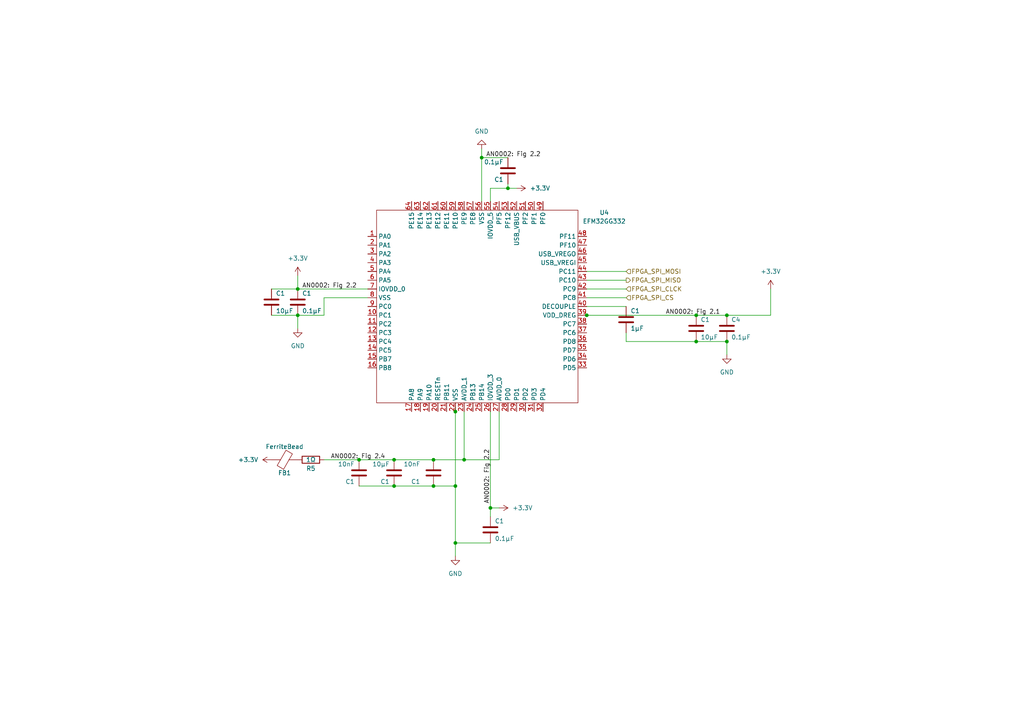
<source format=kicad_sch>
(kicad_sch (version 20230121) (generator eeschema)
  (paper "A4")
  (lib_symbols
    (symbol "Device:C" (pin_numbers hide) (pin_names (offset 0.254))
      (property "Reference" "C" (at 0.635 2.54 0))
      (property "Value" "C" (at 0.635 -2.54 0))
      (symbol "C_0_1"
        (polyline (pts (xy -2.032 -0.762) (xy 2.032 -0.762)) (stroke (width 0.508)))
        (polyline (pts (xy -2.032 0.762) (xy 2.032 0.762)) (stroke (width 0.508)))
      )
      (symbol "C_1_1"
        (pin passive line (at 0 3.81 270) (length 2.794) (name "~") (number "1"))
        (pin passive line (at 0 -3.81 90) (length 2.794) (name "~") (number "2"))
      )
    )
    (symbol "Device:FerriteBead" (pin_numbers hide) (pin_names (offset 0))
      (property "Reference" "FB" (at -3.81 0.635 90))
      (property "Value" "FerriteBead" (at 3.81 0 90))
      (symbol "FerriteBead_0_1"
        (polyline (pts (xy 0 -1.27) (xy 0 -1.2192)))
        (polyline (pts (xy 0 1.27) (xy 0 1.2954)))
        (polyline (pts (xy -2.7686 0.4064) (xy -1.7018 2.2606) (xy 2.7686 -0.3048) (xy 1.6764 -2.159) (xy -2.7686 0.4064)))
      )
      (symbol "FerriteBead_1_1"
        (pin passive line (at 0 3.81 270) (length 2.54) (name "~") (number "1"))
        (pin passive line (at 0 -3.81 90) (length 2.54) (name "~") (number "2"))
      )
    )
    (symbol "Device:R" (pin_numbers hide) (pin_names (offset 0))
      (property "Reference" "R" (at 2.032 0 90))
      (property "Value" "R" (at 0 0 90))
      (symbol "R_0_1"
        (rectangle (start -1.016 -2.54) (end 1.016 2.54) (stroke (width 0.254)))
      )
      (symbol "R_1_1"
        (pin passive line (at 0 3.81 270) (length 1.27) (name "~") (number "1"))
        (pin passive line (at 0 -3.81 90) (length 1.27) (name "~") (number "2"))
      )
    )
    (symbol "GuitarZero:EFM32GG332"
      (property "Reference" "U" (at 0 39.37 0))
      (property "Value" "EFM32GG332" (at 0 41.91 0))
      (symbol "EFM32GG332_0_1"
        (rectangle (start -29.21 26.67) (end 29.21 -29.21))
      )
      (symbol "EFM32GG332_1_1"
        (pin bidirectional line (at -31.75 19.05 0) (length 2.54) (name "PA0") (number "1"))
        (pin bidirectional line (at -31.75 -3.81 0) (length 2.54) (name "PC1") (number "10"))
        (pin bidirectional line (at -31.75 -6.35 0) (length 2.54) (name "PC2") (number "11"))
        (pin bidirectional line (at -31.75 -8.89 0) (length 2.54) (name "PC3") (number "12"))
        (pin bidirectional line (at -31.75 -11.43 0) (length 2.54) (name "PC4") (number "13"))
        (pin bidirectional line (at -31.75 -13.97 0) (length 2.54) (name "PC5") (number "14"))
        (pin bidirectional line (at -31.75 -16.51 0) (length 2.54) (name "PB7") (number "15"))
        (pin bidirectional line (at -31.75 -19.05 0) (length 2.54) (name "PB8") (number "16"))
        (pin bidirectional line (at -19.05 -31.75 90) (length 2.54) (name "PA8") (number "17"))
        (pin bidirectional line (at -16.51 -31.75 90) (length 2.54) (name "PA9") (number "18"))
        (pin bidirectional line (at -13.97 -31.75 90) (length 2.54) (name "PA10") (number "19"))
        (pin bidirectional line (at -31.75 16.51 0) (length 2.54) (name "PA1") (number "2"))
        (pin input line (at -11.43 -31.75 90) (length 2.54) (name "RESETn") (number "20"))
        (pin bidirectional line (at -8.89 -31.75 90) (length 2.54) (name "PB11") (number "21"))
        (pin passive line (at -6.35 -31.75 90) (length 2.54) (name "VSS") (number "22"))
        (pin power_in line (at -3.81 -31.75 90) (length 2.54) (name "AVDD_1") (number "23"))
        (pin bidirectional line (at -1.27 -31.75 90) (length 2.54) (name "PB13") (number "24"))
        (pin bidirectional line (at 1.27 -31.75 90) (length 2.54) (name "PB14") (number "25"))
        (pin power_in line (at 3.81 -31.75 90) (length 2.54) (name "IOVDD_3") (number "26"))
        (pin power_in line (at 6.35 -31.75 90) (length 2.54) (name "AVDD_0") (number "27"))
        (pin bidirectional line (at 8.89 -31.75 90) (length 2.54) (name "PD0") (number "28"))
        (pin bidirectional line (at 11.43 -31.75 90) (length 2.54) (name "PD1") (number "29"))
        (pin bidirectional line (at -31.75 13.97 0) (length 2.54) (name "PA2") (number "3"))
        (pin bidirectional line (at 13.97 -31.75 90) (length 2.54) (name "PD2") (number "30"))
        (pin bidirectional line (at 16.51 -31.75 90) (length 2.54) (name "PD3") (number "31"))
        (pin bidirectional line (at 19.05 -31.75 90) (length 2.54) (name "PD4") (number "32"))
        (pin bidirectional line (at 31.75 -19.05 180) (length 2.54) (name "PD5") (number "33"))
        (pin bidirectional line (at 31.75 -16.51 180) (length 2.54) (name "PD6") (number "34"))
        (pin bidirectional line (at 31.75 -13.97 180) (length 2.54) (name "PD7") (number "35"))
        (pin bidirectional line (at 31.75 -11.43 180) (length 2.54) (name "PD8") (number "36"))
        (pin bidirectional line (at 31.75 -8.89 180) (length 2.54) (name "PC6") (number "37"))
        (pin bidirectional line (at 31.75 -6.35 180) (length 2.54) (name "PC7") (number "38"))
        (pin power_in line (at 31.75 -3.81 180) (length 2.54) (name "VDD_DREG") (number "39"))
        (pin bidirectional line (at -31.75 11.43 0) (length 2.54) (name "PA3") (number "4"))
        (pin power_in line (at 31.75 -1.27 180) (length 2.54) (name "DECOUPLE") (number "40"))
        (pin bidirectional line (at 31.75 1.27 180) (length 2.54) (name "PC8") (number "41"))
        (pin bidirectional line (at 31.75 3.81 180) (length 2.54) (name "PC9") (number "42"))
        (pin bidirectional line (at 31.75 6.35 180) (length 2.54) (name "PC10") (number "43"))
        (pin bidirectional line (at 31.75 8.89 180) (length 2.54) (name "PC11") (number "44"))
        (pin input line (at 31.75 11.43 180) (length 2.54) (name "USB_VREGI") (number "45"))
        (pin output line (at 31.75 13.97 180) (length 2.54) (name "USB_VREGO") (number "46"))
        (pin bidirectional line (at 31.75 16.51 180) (length 2.54) (name "PF10") (number "47"))
        (pin bidirectional line (at 31.75 19.05 180) (length 2.54) (name "PF11") (number "48"))
        (pin bidirectional line (at 19.05 29.21 270) (length 2.54) (name "PF0") (number "49"))
        (pin bidirectional line (at -31.75 8.89 0) (length 2.54) (name "PA4") (number "5"))
        (pin bidirectional line (at 16.51 29.21 270) (length 2.54) (name "PF1") (number "50"))
        (pin bidirectional line (at 13.97 29.21 270) (length 2.54) (name "PF2") (number "51"))
        (pin input line (at 11.43 29.21 270) (length 2.54) (name "USB_VBUS") (number "52"))
        (pin bidirectional line (at 8.89 29.21 270) (length 2.54) (name "PF12") (number "53"))
        (pin bidirectional line (at 6.35 29.21 270) (length 2.54) (name "PF5") (number "54"))
        (pin power_in line (at 3.81 29.21 270) (length 2.54) (name "IOVDD_5") (number "55"))
        (pin passive line (at 1.27 29.21 270) (length 2.54) (name "VSS") (number "56"))
        (pin bidirectional line (at -1.27 29.21 270) (length 2.54) (name "PE8") (number "57"))
        (pin bidirectional line (at -3.81 29.21 270) (length 2.54) (name "PE9") (number "58"))
        (pin bidirectional line (at -6.35 29.21 270) (length 2.54) (name "PE10") (number "59"))
        (pin bidirectional line (at -31.75 6.35 0) (length 2.54) (name "PA5") (number "6"))
        (pin bidirectional line (at -8.89 29.21 270) (length 2.54) (name "PE11") (number "60"))
        (pin bidirectional line (at -11.43 29.21 270) (length 2.54) (name "PE12") (number "61"))
        (pin bidirectional line (at -13.97 29.21 270) (length 2.54) (name "PE13") (number "62"))
        (pin bidirectional line (at -16.51 29.21 270) (length 2.54) (name "PE14") (number "63"))
        (pin bidirectional line (at -19.05 29.21 270) (length 2.54) (name "PE15") (number "64"))
        (pin power_in line (at -31.75 3.81 0) (length 2.54) (name "IOVDD_0") (number "7"))
        (pin passive line (at -31.75 1.27 0) (length 2.54) (name "VSS") (number "8"))
        (pin bidirectional line (at -31.75 -1.27 0) (length 2.54) (name "PC0") (number "9"))
      )
    )
    (symbol "power:+3.3V" (power) (pin_names (offset 0))
      (property "Value" "+3.3V" (at 0 3.556 0))
      (symbol "+3.3V_0_1"
        (polyline (pts (xy -0.762 1.27) (xy 0 2.54)))
        (polyline (pts (xy 0 0) (xy 0 2.54)))
        (polyline (pts (xy 0 2.54) (xy 0.762 1.27)))
      )
      (symbol "+3.3V_1_1"
        (pin power_in line (at 0 0 90) (length 0) hide (name "+3.3V") (number "1"))
      )
    )
    (symbol "power:GND" (power) (pin_names (offset 0))
      (property "Value" "GND" (at 0 -3.81 0))
      (symbol "GND_0_1"
        (polyline (pts (xy 0 0) (xy 0 -1.27) (xy 1.27 -1.27) (xy 0 -2.54) (xy -1.27 -1.27) (xy 0 -1.27)))
      )
      (symbol "GND_1_1"
        (pin power_in line (at 0 0 270) (length 0) hide (name "GND") (number "1"))
      )
    )
  )
  (junction (at 86.36 91.44))
  (junction (at 86.36 83.82))
  (junction (at 210.82 99.06))
  (junction (at 201.93 99.06))
  (junction (at 132.08 157.48))
  (junction (at 125.73 133.35))
  (junction (at 104.14 133.35))
  (junction (at 170.18 91.44))
  (junction (at 139.7 45.72))
  (junction (at 132.08 140.97))
  (junction (at 125.73 140.97))
  (junction (at 114.3 133.35))
  (junction (at 142.24 147.32))
  (junction (at 147.32 54.61))
  (junction (at 134.62 133.35))
  (junction (at 132.08 119.38))
  (junction (at 210.82 91.44))
  (junction (at 114.3 140.97))
  (junction (at 201.93 91.44))
  (wire (pts (xy 86.36 80.01) (xy 86.36 83.82)))
  (wire (pts (xy 142.24 147.32) (xy 142.24 149.86)))
  (wire (pts (xy 167.64 91.44) (xy 170.18 91.44)))
  (wire (pts (xy 93.98 86.36) (xy 106.68 86.36)))
  (wire (pts (xy 210.82 99.06) (xy 210.82 102.87)))
  (wire (pts (xy 201.93 99.06) (xy 210.82 99.06)))
  (wire (pts (xy 132.08 119.38) (xy 132.08 140.97)))
  (wire (pts (xy 170.18 86.36) (xy 181.61 86.36)))
  (wire (pts (xy 132.08 157.48) (xy 132.08 161.29)))
  (wire (pts (xy 139.7 45.72) (xy 147.32 45.72)))
  (wire (pts (xy 93.98 133.35) (xy 104.14 133.35)))
  (wire (pts (xy 125.73 140.97) (xy 132.08 140.97)))
  (wire (pts (xy 86.36 83.82) (xy 106.68 83.82)))
  (wire (pts (xy 144.78 119.38) (xy 144.78 133.35)))
  (wire (pts (xy 132.08 157.48) (xy 142.24 157.48)))
  (wire (pts (xy 78.74 91.44) (xy 86.36 91.44)))
  (wire (pts (xy 201.93 91.44) (xy 210.82 91.44)))
  (wire (pts (xy 223.52 83.82) (xy 223.52 91.44)))
  (wire (pts (xy 170.18 81.28) (xy 181.61 81.28)))
  (wire (pts (xy 147.32 54.61) (xy 147.32 53.34)))
  (wire (pts (xy 170.18 91.44) (xy 201.93 91.44)))
  (wire (pts (xy 170.18 88.9) (xy 181.61 88.9)))
  (wire (pts (xy 181.61 96.52) (xy 181.61 99.06)))
  (wire (pts (xy 93.98 86.36) (xy 93.98 91.44)))
  (wire (pts (xy 147.32 54.61) (xy 149.86 54.61)))
  (wire (pts (xy 139.7 43.18) (xy 139.7 45.72)))
  (wire (pts (xy 139.7 45.72) (xy 139.7 58.42)))
  (wire (pts (xy 170.18 78.74) (xy 181.61 78.74)))
  (wire (pts (xy 93.98 91.44) (xy 86.36 91.44)))
  (wire (pts (xy 181.61 99.06) (xy 201.93 99.06)))
  (wire (pts (xy 104.14 140.97) (xy 114.3 140.97)))
  (wire (pts (xy 104.14 133.35) (xy 114.3 133.35)))
  (wire (pts (xy 210.82 91.44) (xy 223.52 91.44)))
  (wire (pts (xy 142.24 147.32) (xy 144.78 147.32)))
  (wire (pts (xy 142.24 58.42) (xy 142.24 54.61)))
  (wire (pts (xy 125.73 133.35) (xy 134.62 133.35)))
  (wire (pts (xy 114.3 133.35) (xy 125.73 133.35)))
  (wire (pts (xy 132.08 118.11) (xy 132.08 119.38)))
  (wire (pts (xy 86.36 95.25) (xy 86.36 91.44)))
  (wire (pts (xy 142.24 119.38) (xy 142.24 147.32)))
  (wire (pts (xy 134.62 133.35) (xy 144.78 133.35)))
  (wire (pts (xy 170.18 83.82) (xy 181.61 83.82)))
  (wire (pts (xy 78.74 83.82) (xy 86.36 83.82)))
  (wire (pts (xy 114.3 140.97) (xy 125.73 140.97)))
  (wire (pts (xy 134.62 119.38) (xy 134.62 133.35)))
  (wire (pts (xy 142.24 54.61) (xy 147.32 54.61)))
  (wire (pts (xy 132.08 140.97) (xy 132.08 157.48)))
  (label "AN0002: Fig 2.1" (at 193.04 91.44 0))
  (label "AN0002: Fig 2.2" (at 142.24 146.05 90))
  (label "AN0002: Fig 2.2" (at 140.97 45.72 0))
  (label "AN0002: Fig 2.2" (at 87.63 83.82 0))
  (label "AN0002: Fig 2.4" (at 111.76 133.35 180))
  (hierarchical_label "FPGA_SPI_CS" (shape input) (at 181.61 86.36 0))
  (hierarchical_label "FPGA_SPI_CLCK" (shape input) (at 181.61 83.82 0))
  (hierarchical_label "FPGA_SPI_MOSI" (shape input) (at 181.61 78.74 0))
  (hierarchical_label "FPGA_SPI_MISO" (shape output) (at 181.61 81.28 0))
  (symbol (lib_id "power:GND") (at 86.36 95.25 0) (unit 1)
    (property "Reference" "#PWR01" (effects hide))
    (property "Value" "GND" (at 86.36 100.33 0))
    (instances (project "GuitarZero" (path "" (reference "#PWR01") (unit 1)) (path "" (reference "#PWR036") (unit 1))))
  )
  (symbol (lib_id "Device:C") (at 114.3 137.16 180) (unit 1)
    (property "Reference" "C1" (at 113.03 139.7 0) (effects (justify left)))
    (property "Value" "10µF" (at 113.03 134.62 0) (effects (justify left)))
    (instances (project "GuitarZero" (path "" (reference "C1") (unit 1)) (path "" (reference "C61") (unit 1))))
  )
  (symbol (lib_id "power:GND") (at 132.08 161.29 0) (unit 1)
    (property "Reference" "#PWR01" (effects hide))
    (property "Value" "GND" (at 132.08 166.37 0))
    (instances (project "GuitarZero" (path "" (reference "#PWR01") (unit 1)) (path "" (reference "#PWR034") (unit 1))))
  )
  (symbol (lib_id "power:+3.3V") (at 223.52 83.82 0) (unit 1)
    (property "Reference" "#PWR033" (effects hide))
    (property "Value" "+3.3V" (at 223.52 78.74 0))
  )
  (symbol (lib_id "power:+3.3V") (at 144.78 147.32 270) (unit 1)
    (property "Reference" "#PWR038" (effects hide))
    (property "Value" "+3.3V" (at 148.59 147.32 90) (effects (justify left)))
  )
  (symbol (lib_id "power:+3.3V") (at 78.74 133.35 90) (unit 1)
    (property "Reference" "#PWR041" (effects hide))
    (property "Value" "+3.3V" (at 74.93 133.35 90) (effects (justify left)))
  )
  (symbol (lib_id "Device:C") (at 78.74 87.63 0) (unit 1)
    (property "Reference" "C1" (at 80.01 85.09 0) (effects (justify left)))
    (property "Value" "10µF" (at 80.01 90.17 0) (effects (justify left)))
    (instances (project "GuitarZero" (path "" (reference "C1") (unit 1)) (path "" (reference "C58") (unit 1))))
  )
  (symbol (lib_id "GuitarZero:EFM32GG332") (at 138.43 87.63 0) (unit 1)
    (property "Reference" "U4" (at 175.26 61.6519 0))
    (property "Value" "EFM32GG332" (at 175.26 64.1919 0))
  )
  (symbol (lib_id "power:+3.3V") (at 149.86 54.61 270) (unit 1)
    (property "Reference" "#PWR040" (effects hide))
    (property "Value" "+3.3V" (at 153.67 54.61 90) (effects (justify left)))
  )
  (symbol (lib_id "Device:C") (at 86.36 87.63 0) (unit 1)
    (property "Reference" "C1" (at 87.63 85.09 0) (effects (justify left)))
    (property "Value" "0.1µF" (at 87.63 90.17 0) (effects (justify left)))
    (instances (project "GuitarZero" (path "" (reference "C1") (unit 1)) (path "" (reference "C57") (unit 1))))
  )
  (symbol (lib_id "Device:R") (at 90.17 133.35 90) (unit 1)
    (property "Reference" "R5" (at 90.17 135.89 90))
    (property "Value" "1Ω" (at 90.17 133.35 90))
    (instances (project "GuitarZero" (path "" (reference "R5") (unit 1)) (path "" (reference "R18") (unit 1))))
  )
  (symbol (lib_id "Device:C") (at 142.24 153.67 0) (unit 1)
    (property "Reference" "C1" (at 143.51 151.13 0) (effects (justify left)))
    (property "Value" "0.1µF" (at 143.51 156.21 0) (effects (justify left)))
    (instances (project "GuitarZero" (path "" (reference "C1") (unit 1)) (path "" (reference "C59") (unit 1))))
  )
  (symbol (lib_id "Device:C") (at 147.32 49.53 180) (unit 1)
    (property "Reference" "C1" (at 146.05 52.07 0) (effects (justify left)))
    (property "Value" "0.1µF" (at 146.05 46.99 0) (effects (justify left)))
    (instances (project "GuitarZero" (path "" (reference "C1") (unit 1)) (path "" (reference "C60") (unit 1))))
  )
  (symbol (lib_id "Device:C") (at 104.14 137.16 180) (unit 1)
    (property "Reference" "C1" (at 102.87 139.7 0) (effects (justify left)))
    (property "Value" "10nF" (at 102.87 134.62 0) (effects (justify left)))
    (instances (project "GuitarZero" (path "" (reference "C1") (unit 1)) (path "" (reference "C62") (unit 1))))
  )
  (symbol (lib_id "Device:FerriteBead") (at 82.55 133.35 270) (unit 1)
    (property "Reference" "FB1" (at 82.55 137.16 90))
    (property "Value" "FerriteBead" (at 82.55 129.54 90))
    (property "Datasheet" "~https://www.we-online.com/components/products/datasheet/74279266.pdf" (effects hide))
    (instances (project "GuitarZero" (path "" (reference "FB1") (unit 1)) (path "" (reference "FB2") (unit 1))))
  )
  (symbol (lib_id "power:GND") (at 210.82 102.87 0) (unit 1)
    (property "Reference" "#PWR01" (effects hide))
    (property "Value" "GND" (at 210.82 107.95 0))
    (instances (project "GuitarZero" (path "" (reference "#PWR01") (unit 1)) (path "" (reference "#PWR035") (unit 1))))
  )
  (symbol (lib_id "power:+3.3V") (at 86.36 80.01 0) (unit 1)
    (property "Reference" "#PWR037" (effects hide))
    (property "Value" "+3.3V" (at 86.36 74.93 0))
  )
  (symbol (lib_id "power:GND") (at 139.7 43.18 180) (unit 1)
    (property "Reference" "#PWR01" (effects hide))
    (property "Value" "GND" (at 139.7 38.1 0))
    (instances (project "GuitarZero" (path "" (reference "#PWR01") (unit 1)) (path "" (reference "#PWR039") (unit 1))))
  )
  (symbol (lib_id "Device:C") (at 201.93 95.25 0) (unit 1)
    (property "Reference" "C1" (at 203.2 92.71 0) (effects (justify left)))
    (property "Value" "10µF" (at 203.2 97.79 0) (effects (justify left)))
    (instances (project "GuitarZero" (path "" (reference "C1") (unit 1)) (path "" (reference "C54") (unit 1))))
  )
  (symbol (lib_id "Device:C") (at 125.73 137.16 180) (unit 1)
    (property "Reference" "C1" (at 121.92 139.7 0) (effects (justify left)))
    (property "Value" "10nF" (at 121.92 134.62 0) (effects (justify left)))
    (instances (project "GuitarZero" (path "" (reference "C1") (unit 1)) (path "" (reference "C63") (unit 1))))
  )
  (symbol (lib_id "Device:C") (at 210.82 95.25 0) (unit 1)
    (property "Reference" "C4" (at 212.09 92.71 0) (effects (justify left)))
    (property "Value" "0.1µF" (at 212.09 97.79 0) (effects (justify left)))
    (instances (project "GuitarZero" (path "" (reference "C4") (unit 1)) (path "" (reference "C55") (unit 1))))
  )
  (symbol (lib_id "Device:C") (at 181.61 92.71 0) (unit 1)
    (property "Reference" "C1" (at 182.88 90.17 0) (effects (justify left)))
    (property "Value" "1µF" (at 182.88 95.25 0) (effects (justify left)))
    (instances (project "GuitarZero" (path "" (reference "C1") (unit 1)) (path "" (reference "C56") (unit 1))))
  )
)
</source>
